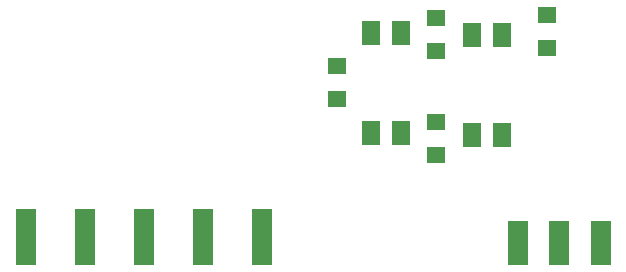
<source format=gbr>
G04 DipTrace 3.3.1.3*
G04 TopPaste.gbr*
%MOMM*%
G04 #@! TF.FileFunction,Paste,Top*
G04 #@! TF.Part,Single*
%ADD37R,1.8X4.8*%
%ADD39R,1.8X3.8*%
%ADD45R,1.6X1.4*%
%ADD47R,1.5X2.0*%
%FSLAX35Y35*%
G04*
G71*
G90*
G75*
G01*
G04 TopPaste*
%LPD*%
D47*
X2674980Y-2372193D3*
X2420980D3*
Y-3222193D3*
X2674980D3*
X3529427Y-2390013D3*
X3275427D3*
Y-3240013D3*
X3529427D3*
D45*
X2968343Y-2246883D3*
Y-2526883D3*
X3914113Y-2222097D3*
Y-2502097D3*
X2132487Y-2656610D3*
Y-2936610D3*
X2969360Y-3409870D3*
Y-3129870D3*
D39*
X3666147Y-4154993D3*
X4016147D3*
X4366147D3*
D37*
X-503260Y-4101533D3*
X-3260D3*
X496740D3*
X996740D3*
X1496740D3*
M02*

</source>
